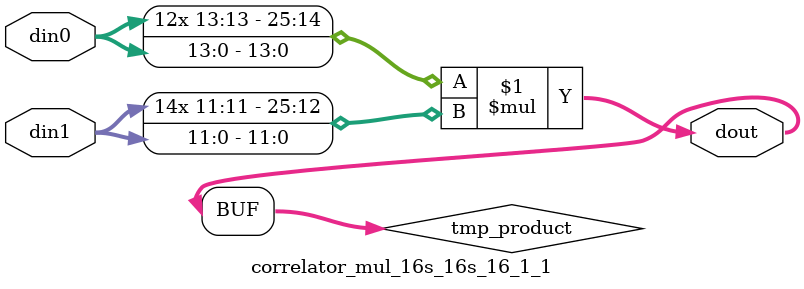
<source format=v>

`timescale 1 ns / 1 ps

  module correlator_mul_16s_16s_16_1_1(din0, din1, dout);
parameter ID = 1;
parameter NUM_STAGE = 0;
parameter din0_WIDTH = 14;
parameter din1_WIDTH = 12;
parameter dout_WIDTH = 26;

input [din0_WIDTH - 1 : 0] din0; 
input [din1_WIDTH - 1 : 0] din1; 
output [dout_WIDTH - 1 : 0] dout;

wire signed [dout_WIDTH - 1 : 0] tmp_product;













assign tmp_product = $signed(din0) * $signed(din1);








assign dout = tmp_product;







endmodule

</source>
